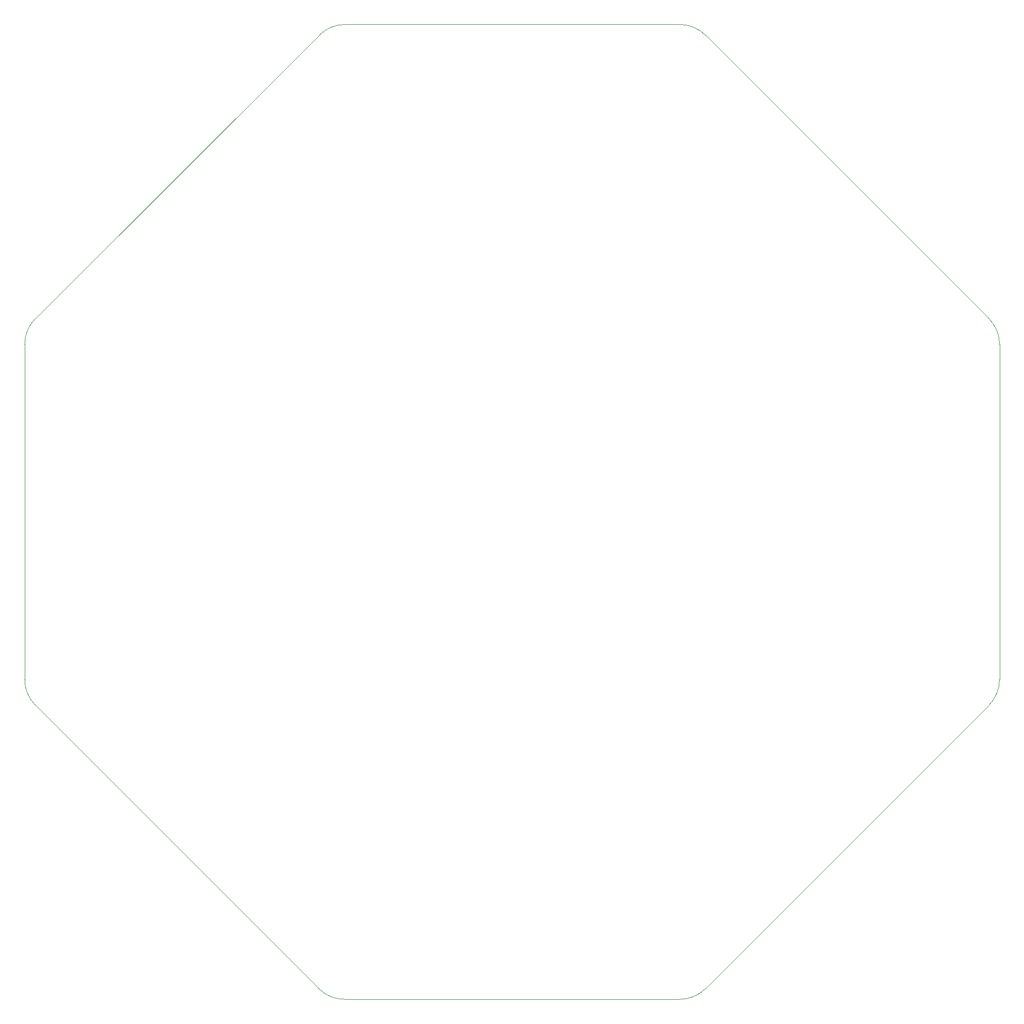
<source format=gbr>
%TF.GenerationSoftware,KiCad,Pcbnew,(7.0.0)*%
%TF.CreationDate,2023-12-12T01:18:49+01:00*%
%TF.ProjectId,Helios_PCB_panel,48656c69-6f73-45f5-9043-425f70616e65,rev?*%
%TF.SameCoordinates,Original*%
%TF.FileFunction,Profile,NP*%
%FSLAX46Y46*%
G04 Gerber Fmt 4.6, Leading zero omitted, Abs format (unit mm)*
G04 Created by KiCad (PCBNEW (7.0.0)) date 2023-12-12 01:18:49*
%MOMM*%
%LPD*%
G01*
G04 APERTURE LIST*
%TA.AperFunction,Profile*%
%ADD10C,0.100000*%
%TD*%
G04 APERTURE END LIST*
D10*
X188242641Y-131742641D02*
G75*
G03*
X190000000Y-127500000I-4242641J4242641D01*
G01*
X82600000Y-20000000D02*
G75*
G03*
X78357359Y-21757359I0J-6000000D01*
G01*
X190000000Y-72500000D02*
G75*
G03*
X188242641Y-68257359I-6000000J0D01*
G01*
X190000000Y-72500000D02*
X190000000Y-127500000D01*
X31757359Y-68257359D02*
G75*
G03*
X30000000Y-72500000I4242641J-4242641D01*
G01*
X141742641Y-21757359D02*
X188242641Y-68257359D01*
X137500000Y-180000000D02*
G75*
G03*
X141742641Y-178242641I0J6000000D01*
G01*
X137500000Y-180000000D02*
X82500000Y-180000000D01*
X188242641Y-131742641D02*
X141742641Y-178242641D01*
X30000000Y-127500000D02*
X30000000Y-72500000D01*
X82600000Y-20000000D02*
X137500000Y-20000000D01*
X30000000Y-127500000D02*
G75*
G03*
X31757359Y-131742641I6000000J0D01*
G01*
X78257359Y-178242641D02*
X31757359Y-131742641D01*
X31757359Y-68257359D02*
X78357359Y-21757359D01*
X78257359Y-178242641D02*
G75*
G03*
X82500000Y-180000000I4242641J4242641D01*
G01*
X141742641Y-21757359D02*
G75*
G03*
X137500000Y-20000000I-4242641J-4242641D01*
G01*
M02*

</source>
